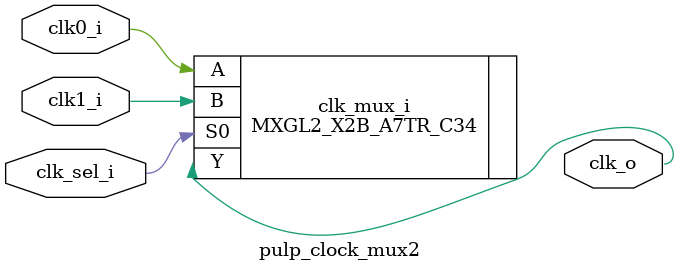
<source format=sv>


module pulp_clock_mux2
(
    input  logic clk0_i,
    input  logic clk1_i,
    input  logic clk_sel_i,
    output logic clk_o
  );

  MXGL2_X2B_A7TR_C34 clk_mux_i
  (
    .A  ( clk0_i    ),
    .B  ( clk1_i    ),
    .S0 ( clk_sel_i ),
    .Y  ( clk_o     )
  );

endmodule

</source>
